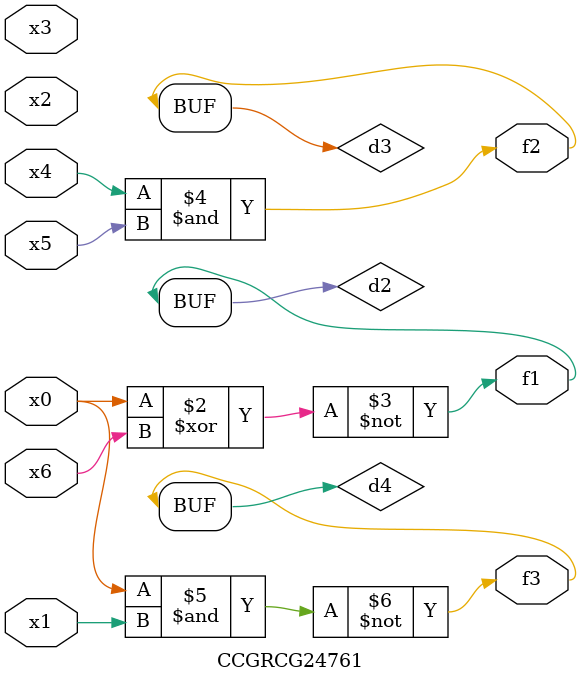
<source format=v>
module CCGRCG24761(
	input x0, x1, x2, x3, x4, x5, x6,
	output f1, f2, f3
);

	wire d1, d2, d3, d4;

	nor (d1, x0);
	xnor (d2, x0, x6);
	and (d3, x4, x5);
	nand (d4, x0, x1);
	assign f1 = d2;
	assign f2 = d3;
	assign f3 = d4;
endmodule

</source>
